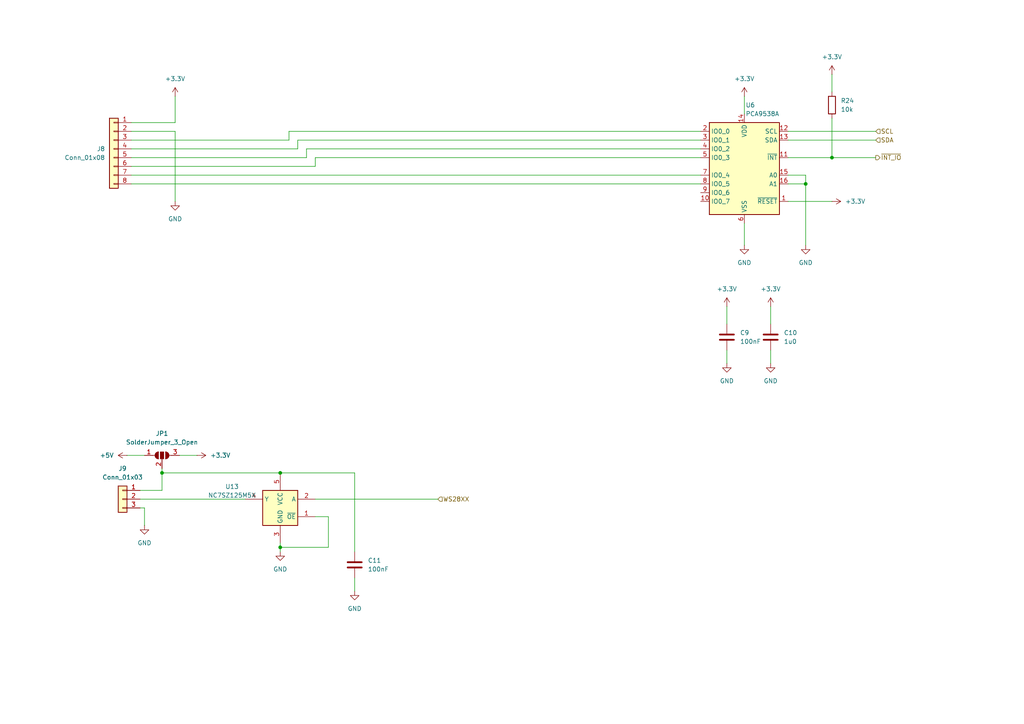
<source format=kicad_sch>
(kicad_sch (version 20231120) (generator "eeschema") (generator_version "8.0")
  (paper "A4")
  (lib_symbols
    (symbol "74xGxx:NC7SZ125M5X"
      (property "Reference" "U" (at -5.08 6.35 0))
      (property "Value" "NC7SZ125M5X" (at 7.62 6.35 0))
      (symbol "NC7SZ125M5X_0_1"
        (rectangle (start -5.08 5.08) (end 5.08 -5.08) (stroke (width 0.254)) (fill (type background)))
      )
      (symbol "NC7SZ125M5X_1_1"
        (pin input line (at -10.16 -2.54 0) (length 5.08) (name "~{OE}") (number "1"))
        (pin input line (at -10.16 2.54 0) (length 5.08) (name "A") (number "2"))
        (pin power_in line (at 0 -10.16 90) (length 5.08) (name "GND") (number "3"))
        (pin output line (at 10.16 2.54 180) (length 5.08) (name "Y") (number "4"))
        (pin power_in line (at 0 10.16 270) (length 5.08) (name "VCC") (number "5"))
      )
    )
    (symbol "Connector_Generic:Conn_01x03" (pin_names (offset 1.016) hide)
      (property "Reference" "J" (at 0 5.08 0))
      (property "Value" "Conn_01x03" (at 0 -5.08 0))
      (symbol "Conn_01x03_1_1"
        (rectangle (start -1.27 -2.413) (end 0 -2.667) (stroke (width 0.1524)))
        (rectangle (start -1.27 0.127) (end 0 -0.127) (stroke (width 0.1524)))
        (rectangle (start -1.27 2.667) (end 0 2.413) (stroke (width 0.1524)))
        (rectangle (start -1.27 3.81) (end 1.27 -3.81) (stroke (width 0.254)) (fill (type background)))
        (pin passive line (at -5.08 2.54 0) (length 3.81) (name "Pin_1") (number "1"))
        (pin passive line (at -5.08 0 0) (length 3.81) (name "Pin_2") (number "2"))
        (pin passive line (at -5.08 -2.54 0) (length 3.81) (name "Pin_3") (number "3"))
      )
    )
    (symbol "Connector_Generic:Conn_01x08" (pin_names (offset 1.016) hide)
      (property "Reference" "J" (at 0 10.16 0))
      (property "Value" "Conn_01x08" (at 0 -12.7 0))
      (symbol "Conn_01x08_1_1"
        (rectangle (start -1.27 -10.033) (end 0 -10.287) (stroke (width 0.1524)))
        (rectangle (start -1.27 -7.493) (end 0 -7.747) (stroke (width 0.1524)))
        (rectangle (start -1.27 -4.953) (end 0 -5.207) (stroke (width 0.1524)))
        (rectangle (start -1.27 -2.413) (end 0 -2.667) (stroke (width 0.1524)))
        (rectangle (start -1.27 0.127) (end 0 -0.127) (stroke (width 0.1524)))
        (rectangle (start -1.27 2.667) (end 0 2.413) (stroke (width 0.1524)))
        (rectangle (start -1.27 5.207) (end 0 4.953) (stroke (width 0.1524)))
        (rectangle (start -1.27 7.747) (end 0 7.493) (stroke (width 0.1524)))
        (rectangle (start -1.27 8.89) (end 1.27 -11.43) (stroke (width 0.254)) (fill (type background)))
        (pin passive line (at -5.08 7.62 0) (length 3.81) (name "Pin_1") (number "1"))
        (pin passive line (at -5.08 5.08 0) (length 3.81) (name "Pin_2") (number "2"))
        (pin passive line (at -5.08 2.54 0) (length 3.81) (name "Pin_3") (number "3"))
        (pin passive line (at -5.08 0 0) (length 3.81) (name "Pin_4") (number "4"))
        (pin passive line (at -5.08 -2.54 0) (length 3.81) (name "Pin_5") (number "5"))
        (pin passive line (at -5.08 -5.08 0) (length 3.81) (name "Pin_6") (number "6"))
        (pin passive line (at -5.08 -7.62 0) (length 3.81) (name "Pin_7") (number "7"))
        (pin passive line (at -5.08 -10.16 0) (length 3.81) (name "Pin_8") (number "8"))
      )
    )
    (symbol "Device:C" (pin_numbers hide) (pin_names (offset 0.254))
      (property "Reference" "C" (at 0.635 2.54 0))
      (property "Value" "C" (at 0.635 -2.54 0))
      (symbol "C_0_1"
        (polyline (pts (xy -2.032 -0.762) (xy 2.032 -0.762)) (stroke (width 0.508)))
        (polyline (pts (xy -2.032 0.762) (xy 2.032 0.762)) (stroke (width 0.508)))
      )
      (symbol "C_1_1"
        (pin passive line (at 0 3.81 270) (length 2.794) (name "~") (number "1"))
        (pin passive line (at 0 -3.81 90) (length 2.794) (name "~") (number "2"))
      )
    )
    (symbol "Device:R" (pin_numbers hide) (pin_names (offset 0))
      (property "Reference" "R" (at 2.032 0 90))
      (property "Value" "R" (at 0 0 90))
      (symbol "R_0_1"
        (rectangle (start -1.016 -2.54) (end 1.016 2.54) (stroke (width 0.254)))
      )
      (symbol "R_1_1"
        (pin passive line (at 0 3.81 270) (length 1.27) (name "~") (number "1"))
        (pin passive line (at 0 -3.81 90) (length 1.27) (name "~") (number "2"))
      )
    )
    (symbol "Jumper:SolderJumper_3_Open" (pin_names (offset 0) hide)
      (property "Reference" "JP" (at -2.54 -2.54 0))
      (property "Value" "SolderJumper_3_Open" (at 0 2.794 0))
      (symbol "SolderJumper_3_Open_0_1"
        (arc (start -1.016 1.016) (mid -2.0276 0) (end -1.016 -1.016))
        (arc (start -1.016 1.016) (mid -2.0276 0) (end -1.016 -1.016) (fill (type outline)))
        (rectangle (start -0.508 1.016) (end 0.508 -1.016) (fill (type outline)))
        (polyline (pts (xy -2.54 0) (xy -2.032 0)))
        (polyline (pts (xy -1.016 1.016) (xy -1.016 -1.016)))
        (polyline (pts (xy 0 -1.27) (xy 0 -1.016)))
        (polyline (pts (xy 1.016 1.016) (xy 1.016 -1.016)))
        (polyline (pts (xy 2.54 0) (xy 2.032 0)))
        (arc (start 1.016 -1.016) (mid 2.0276 0) (end 1.016 1.016))
        (arc (start 1.016 -1.016) (mid 2.0276 0) (end 1.016 1.016) (fill (type outline)))
      )
      (symbol "SolderJumper_3_Open_1_1"
        (pin passive line (at -5.08 0 0) (length 2.54) (name "A") (number "1"))
        (pin passive line (at 0 -3.81 90) (length 2.54) (name "C") (number "2"))
        (pin passive line (at 5.08 0 180) (length 2.54) (name "B") (number "3"))
      )
    )
    (symbol "ownSymbols:PCA9538ABS"
      (property "Reference" "U6" (at -0.3459 17.78 0))
      (property "Value" "PCA9538A" (at -0.3459 15.24 0))
      (symbol "PCA9538ABS_0_1"
        (rectangle (start -10.16 12.7) (end 10.16 -13.97) (stroke (width 0.254)) (fill (type background)))
      )
      (symbol "PCA9538ABS_1_1"
        (pin input line (at -12.7 -10.16 0) (length 2.54) (name "~{RESET}") (number "1"))
        (pin bidirectional line (at 12.7 -10.16 180) (length 2.54) (name "IO0_7") (number "10"))
        (pin open_collector line (at -12.7 2.54 0) (length 2.54) (name "~{INT}") (number "11"))
        (pin input line (at -12.7 10.16 0) (length 2.54) (name "SCL") (number "12"))
        (pin bidirectional line (at -12.7 7.62 0) (length 2.54) (name "SDA") (number "13"))
        (pin power_in line (at 0 15.24 270) (length 2.54) (name "VDD") (number "14"))
        (pin input line (at -12.7 -2.54 0) (length 2.54) (name "A0") (number "15"))
        (pin input line (at -12.7 -5.08 0) (length 2.54) (name "A1") (number "16"))
        (pin bidirectional line (at 12.7 10.16 180) (length 2.54) (name "IO0_0") (number "2"))
        (pin bidirectional line (at 12.7 7.62 180) (length 2.54) (name "IO0_1") (number "3"))
        (pin bidirectional line (at 12.7 5.08 180) (length 2.54) (name "IO0_2") (number "4"))
        (pin bidirectional line (at 12.7 2.54 180) (length 2.54) (name "IO0_3") (number "5"))
        (pin power_in line (at 0 -16.51 90) (length 2.54) (name "VSS") (number "6"))
        (pin bidirectional line (at 12.7 -2.54 180) (length 2.54) (name "IO0_4") (number "7"))
        (pin bidirectional line (at 12.7 -5.08 180) (length 2.54) (name "IO0_5") (number "8"))
        (pin bidirectional line (at 12.7 -7.62 180) (length 2.54) (name "IO0_6") (number "9"))
      )
    )
    (symbol "power:+3.3V" (power) (pin_numbers hide) (pin_names (offset 0) hide)
      (property "Value" "+3.3V" (at 0 3.556 0))
      (symbol "+3.3V_0_1"
        (polyline (pts (xy -0.762 1.27) (xy 0 2.54)))
        (polyline (pts (xy 0 0) (xy 0 2.54)))
        (polyline (pts (xy 0 2.54) (xy 0.762 1.27)))
      )
      (symbol "+3.3V_1_1"
        (pin power_in line (at 0 0 90) (length 0) (name "~") (number "1"))
      )
    )
    (symbol "power:+5V" (power) (pin_numbers hide) (pin_names (offset 0) hide)
      (property "Value" "+5V" (at 0 3.556 0))
      (symbol "+5V_0_1"
        (polyline (pts (xy -0.762 1.27) (xy 0 2.54)))
        (polyline (pts (xy 0 0) (xy 0 2.54)))
        (polyline (pts (xy 0 2.54) (xy 0.762 1.27)))
      )
      (symbol "+5V_1_1"
        (pin power_in line (at 0 0 90) (length 0) (name "~") (number "1"))
      )
    )
    (symbol "power:GND" (power) (pin_numbers hide) (pin_names (offset 0) hide)
      (property "Value" "GND" (at 0 -3.81 0))
      (symbol "GND_0_1"
        (polyline (pts (xy 0 0) (xy 0 -1.27) (xy 1.27 -1.27) (xy 0 -2.54) (xy -1.27 -1.27) (xy 0 -1.27)))
      )
      (symbol "GND_1_1"
        (pin power_in line (at 0 0 270) (length 0) (name "~") (number "1"))
      )
    )
  )
  (junction (at 46.99 137.16))
  (junction (at 81.28 158.75))
  (junction (at 241.3 45.72))
  (junction (at 81.28 137.16))
  (junction (at 233.68 53.34))
  (wire (pts (xy 83.82 40.64) (xy 83.82 38.1)))
  (wire (pts (xy 88.9 43.18) (xy 203.2 43.18)))
  (wire (pts (xy 203.2 45.72) (xy 91.44 45.72)))
  (wire (pts (xy 233.68 71.12) (xy 233.68 53.34)))
  (wire (pts (xy 91.44 45.72) (xy 91.44 48.26)))
  (wire (pts (xy 228.6 45.72) (xy 241.3 45.72)))
  (wire (pts (xy 241.3 45.72) (xy 254 45.72)))
  (wire (pts (xy 86.36 40.64) (xy 86.36 43.18)))
  (wire (pts (xy 241.3 34.29) (xy 241.3 45.72)))
  (wire (pts (xy 102.87 167.64) (xy 102.87 171.45)))
  (wire (pts (xy 102.87 137.16) (xy 102.87 160.02)))
  (wire (pts (xy 38.1 50.8) (xy 203.2 50.8)))
  (wire (pts (xy 38.1 35.56) (xy 50.8 35.56)))
  (wire (pts (xy 38.1 40.64) (xy 83.82 40.64)))
  (wire (pts (xy 57.15 132.08) (xy 52.07 132.08)))
  (wire (pts (xy 91.44 144.78) (xy 127 144.78)))
  (wire (pts (xy 228.6 58.42) (xy 241.3 58.42)))
  (wire (pts (xy 38.1 38.1) (xy 50.8 38.1)))
  (wire (pts (xy 228.6 40.64) (xy 254 40.64)))
  (wire (pts (xy 228.6 38.1) (xy 254 38.1)))
  (wire (pts (xy 241.3 21.59) (xy 241.3 26.67)))
  (wire (pts (xy 81.28 158.75) (xy 81.28 160.02)))
  (wire (pts (xy 41.91 152.4) (xy 41.91 147.32)))
  (wire (pts (xy 210.82 88.9) (xy 210.82 93.98)))
  (wire (pts (xy 46.99 142.24) (xy 40.64 142.24)))
  (wire (pts (xy 91.44 149.86) (xy 95.25 149.86)))
  (wire (pts (xy 228.6 53.34) (xy 233.68 53.34)))
  (wire (pts (xy 86.36 43.18) (xy 38.1 43.18)))
  (wire (pts (xy 95.25 149.86) (xy 95.25 158.75)))
  (wire (pts (xy 88.9 45.72) (xy 88.9 43.18)))
  (wire (pts (xy 46.99 137.16) (xy 46.99 142.24)))
  (wire (pts (xy 203.2 40.64) (xy 86.36 40.64)))
  (wire (pts (xy 215.9 27.94) (xy 215.9 33.02)))
  (wire (pts (xy 83.82 38.1) (xy 203.2 38.1)))
  (wire (pts (xy 102.87 137.16) (xy 81.28 137.16)))
  (wire (pts (xy 223.52 88.9) (xy 223.52 93.98)))
  (wire (pts (xy 40.64 144.78) (xy 71.12 144.78)))
  (wire (pts (xy 50.8 27.94) (xy 50.8 35.56)))
  (wire (pts (xy 233.68 53.34) (xy 233.68 50.8)))
  (wire (pts (xy 223.52 101.6) (xy 223.52 105.41)))
  (wire (pts (xy 95.25 158.75) (xy 81.28 158.75)))
  (wire (pts (xy 36.83 132.08) (xy 41.91 132.08)))
  (wire (pts (xy 215.9 71.12) (xy 215.9 64.77)))
  (wire (pts (xy 50.8 38.1) (xy 50.8 58.42)))
  (wire (pts (xy 38.1 53.34) (xy 203.2 53.34)))
  (wire (pts (xy 46.99 135.89) (xy 46.99 137.16)))
  (wire (pts (xy 81.28 157.48) (xy 81.28 158.75)))
  (wire (pts (xy 38.1 45.72) (xy 88.9 45.72)))
  (wire (pts (xy 41.91 147.32) (xy 40.64 147.32)))
  (wire (pts (xy 91.44 48.26) (xy 38.1 48.26)))
  (wire (pts (xy 233.68 50.8) (xy 228.6 50.8)))
  (wire (pts (xy 46.99 137.16) (xy 81.28 137.16)))
  (wire (pts (xy 210.82 101.6) (xy 210.82 105.41)))
  (hierarchical_label "SCL" (shape input) (at 254 38.1 0))
  (hierarchical_label "WS28XX" (shape input) (at 127 144.78 0))
  (hierarchical_label "~{INT_IO}" (shape output) (at 254 45.72 0))
  (hierarchical_label "SDA" (shape input) (at 254 40.64 0))
  (symbol (lib_id "power:GND") (at 210.82 105.41 0) (unit 1)
    (property "Reference" "#PWR036" (effects (hide yes)))
    (property "Value" "GND" (at 210.82 110.49 0))
    (property "Description" "Power symbol creates a global label with name \"GND\" , ground" (effects (hide yes)))
  )
  (symbol (lib_id "power:+3.3V") (at 210.82 88.9 0) (unit 1)
    (property "Reference" "#PWR035" (effects (hide yes)))
    (property "Value" "+3.3V" (at 210.82 83.82 0))
    (property "Description" "Power symbol creates a global label with name \"+3.3V\"" (effects (hide yes)))
  )
  (symbol (lib_id "74xGxx:NC7SZ125M5X") (at 81.28 147.32 0) (mirror y) (unit 1)
    (property "Reference" "U13" (at 67.31 141.132 0))
    (property "Value" "NC7SZ125M5X" (at 67.31 143.672 0))
    (property "Footprint" "Package_TO_SOT_SMD:SOT-23-5" (effects (hide yes)))
    (property "Datasheet" "https://www.onsemi.com/pdf/datasheet/nc7sz125-d.pdf" (effects (hide yes)))
    (property "Description" "TinyLogic UHS Buffer, Tri-State Output, SOT-23-5" (effects (hide yes)))
  )
  (symbol (lib_id "Device:C") (at 223.52 97.79 0) (unit 1)
    (property "Reference" "C10" (at 227.33 96.5199 0) (effects (justify left)))
    (property "Value" "1u0" (at 227.33 99.0599 0) (effects (justify left)))
    (property "Footprint" "Capacitor_SMD:C_0603_1608Metric" (effects (hide yes)))
    (property "Description" "Unpolarized capacitor" (effects (hide yes)))
  )
  (symbol (lib_id "power:GND") (at 41.91 152.4 0) (unit 1)
    (property "Reference" "#PWR056" (effects (hide yes)))
    (property "Value" "GND" (at 41.91 157.48 0))
    (property "Description" "Power symbol creates a global label with name \"GND\" , ground" (effects (hide yes)))
  )
  (symbol (lib_id "Device:R") (at 241.3 30.48 0) (unit 1)
    (property "Reference" "R24" (at 243.84 29.2099 0) (effects (justify left)))
    (property "Value" "10k" (at 243.84 31.7499 0) (effects (justify left)))
    (property "Footprint" "Resistor_SMD:R_0603_1608Metric" (effects (hide yes)))
    (property "Description" "Resistor" (effects (hide yes)))
  )
  (symbol (lib_id "Jumper:SolderJumper_3_Open") (at 46.99 132.08 0) (unit 1)
    (property "Reference" "JP1" (at 46.99 125.73 0))
    (property "Value" "SolderJumper_3_Open" (at 46.99 128.27 0))
    (property "Footprint" "Jumper:SolderJumper-3_P1.3mm_Open_Pad1.0x1.5mm" (effects (hide yes)))
    (property "Description" "Solder Jumper, 3-pole, open" (effects (hide yes)))
  )
  (symbol (lib_id "ownSymbols:PCA9538ABS") (at 215.9 48.26 0) (mirror y) (unit 1)
    (property "Reference" "U6" (at 216.2459 30.48 0) (effects (justify right)))
    (property "Value" "PCA9538A" (at 216.2459 33.02 0) (effects (justify right)))
    (property "Footprint" "Package_DFN_QFN:HVQFN-16-1EP_3x3mm_P0.5mm_EP1.5x1.5mm" (effects (hide yes)))
    (property "Datasheet" "https://www.nxp.com/docs/en/data-sheet/PCA9538A.pdf" (effects (hide yes)))
    (property "Description" "Low-voltage 8-bit I2C-bus I/O port with interrupt and reset" (effects (hide yes)))
  )
  (symbol (lib_id "Device:C") (at 102.87 163.83 0) (unit 1)
    (property "Reference" "C11" (at 106.68 162.5599 0) (effects (justify left)))
    (property "Value" "100nF" (at 106.68 165.0999 0) (effects (justify left)))
    (property "Footprint" "Capacitor_SMD:C_0603_1608Metric" (effects (hide yes)))
    (property "Description" "Unpolarized capacitor" (effects (hide yes)))
  )
  (symbol (lib_id "Connector_Generic:Conn_01x08") (at 33.02 43.18 0) (mirror y) (unit 1)
    (property "Reference" "J8" (at 30.48 43.1799 0) (effects (justify left)))
    (property "Value" "Conn_01x08" (at 30.48 45.7199 0) (effects (justify left)))
    (property "Footprint" "Connector_PinHeader_2.54mm:PinHeader_1x08_P2.54mm_Vertical" (effects (hide yes)))
    (property "Description" "Generic connector, single row, 01x08, script generated (kicad-library-utils/schlib/autogen/connector/)" (effects (hide yes)))
  )
  (symbol (lib_id "Device:C") (at 210.82 97.79 0) (unit 1)
    (property "Reference" "C9" (at 214.63 96.5199 0) (effects (justify left)))
    (property "Value" "100nF" (at 214.63 99.0599 0) (effects (justify left)))
    (property "Footprint" "Capacitor_SMD:C_0603_1608Metric" (effects (hide yes)))
    (property "Description" "Unpolarized capacitor" (effects (hide yes)))
  )
  (symbol (lib_id "power:+5V") (at 36.83 132.08 90) (unit 1)
    (property "Reference" "#PWR070" (effects (hide yes)))
    (property "Value" "+5V" (at 33.02 132.0799 90) (effects (justify left)))
    (property "Description" "Power symbol creates a global label with name \"+5V\"" (effects (hide yes)))
  )
  (symbol (lib_id "power:GND") (at 50.8 58.42 0) (unit 1)
    (property "Reference" "#PWR041" (effects (hide yes)))
    (property "Value" "GND" (at 50.8 63.5 0))
    (property "Description" "Power symbol creates a global label with name \"GND\" , ground" (effects (hide yes)))
  )
  (symbol (lib_id "power:+3.3V") (at 241.3 21.59 0) (unit 1)
    (property "Reference" "#PWR077" (effects (hide yes)))
    (property "Value" "+3.3V" (at 241.3 16.51 0))
    (property "Description" "Power symbol creates a global label with name \"+3.3V\"" (effects (hide yes)))
  )
  (symbol (lib_id "Connector_Generic:Conn_01x03") (at 35.56 144.78 0) (mirror y) (unit 1)
    (property "Reference" "J9" (at 35.56 135.89 0))
    (property "Value" "Conn_01x03" (at 35.56 138.43 0))
    (property "Footprint" "Connector_PinHeader_2.54mm:PinHeader_1x03_P2.54mm_Vertical" (effects (hide yes)))
    (property "Description" "Generic connector, single row, 01x03, script generated (kicad-library-utils/schlib/autogen/connector/)" (effects (hide yes)))
  )
  (symbol (lib_id "power:GND") (at 233.68 71.12 0) (unit 1)
    (property "Reference" "#PWR042" (effects (hide yes)))
    (property "Value" "GND" (at 233.68 76.2 0))
    (property "Description" "Power symbol creates a global label with name \"GND\" , ground" (effects (hide yes)))
  )
  (symbol (lib_id "power:GND") (at 102.87 171.45 0) (unit 1)
    (property "Reference" "#PWR053" (effects (hide yes)))
    (property "Value" "GND" (at 102.87 176.53 0))
    (property "Description" "Power symbol creates a global label with name \"GND\" , ground" (effects (hide yes)))
  )
  (symbol (lib_id "power:GND") (at 81.28 160.02 0) (unit 1)
    (property "Reference" "#PWR055" (effects (hide yes)))
    (property "Value" "GND" (at 81.28 165.1 0))
    (property "Description" "Power symbol creates a global label with name \"GND\" , ground" (effects (hide yes)))
  )
  (symbol (lib_id "power:GND") (at 223.52 105.41 0) (unit 1)
    (property "Reference" "#PWR038" (effects (hide yes)))
    (property "Value" "GND" (at 223.52 110.49 0))
    (property "Description" "Power symbol creates a global label with name \"GND\" , ground" (effects (hide yes)))
  )
  (symbol (lib_id "power:+3.3V") (at 57.15 132.08 270) (unit 1)
    (property "Reference" "#PWR071" (effects (hide yes)))
    (property "Value" "+3.3V" (at 60.96 132.0799 90) (effects (justify left)))
    (property "Description" "Power symbol creates a global label with name \"+3.3V\"" (effects (hide yes)))
  )
  (symbol (lib_id "power:+3.3V") (at 241.3 58.42 270) (unit 1)
    (property "Reference" "#PWR043" (effects (hide yes)))
    (property "Value" "+3.3V" (at 245.11 58.4199 90) (effects (justify left)))
    (property "Description" "Power symbol creates a global label with name \"+3.3V\"" (effects (hide yes)))
  )
  (symbol (lib_id "power:GND") (at 215.9 71.12 0) (unit 1)
    (property "Reference" "#PWR06" (effects (hide yes)))
    (property "Value" "GND" (at 215.9 76.2 0))
    (property "Description" "Power symbol creates a global label with name \"GND\" , ground" (effects (hide yes)))
  )
  (symbol (lib_id "power:+3.3V") (at 223.52 88.9 0) (unit 1)
    (property "Reference" "#PWR037" (effects (hide yes)))
    (property "Value" "+3.3V" (at 223.52 83.82 0))
    (property "Description" "Power symbol creates a global label with name \"+3.3V\"" (effects (hide yes)))
  )
  (symbol (lib_id "power:+3.3V") (at 50.8 27.94 0) (unit 1)
    (property "Reference" "#PWR040" (effects (hide yes)))
    (property "Value" "+3.3V" (at 50.8 22.86 0))
    (property "Description" "Power symbol creates a global label with name \"+3.3V\"" (effects (hide yes)))
  )
  (symbol (lib_id "power:+3.3V") (at 215.9 27.94 0) (unit 1)
    (property "Reference" "#PWR039" (effects (hide yes)))
    (property "Value" "+3.3V" (at 215.9 22.86 0))
    (property "Description" "Power symbol creates a global label with name \"+3.3V\"" (effects (hide yes)))
  )
)
</source>
